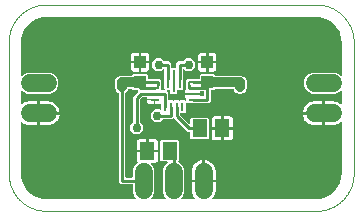
<source format=gtl>
G04 EAGLE Gerber X2 export*
%TF.Part,Single*%
%TF.FileFunction,Other,Top Layer*%
%TF.FilePolarity,Positive*%
%TF.GenerationSoftware,Autodesk,EAGLE,9.0.0*%
%TF.CreationDate,2018-05-03T06:24:42Z*%
G75*
%MOMM*%
%FSLAX35Y35*%
%LPD*%
%AMOC8*
5,1,8,0,0,1.08239X$1,22.5*%
G01*
%ADD10C,0.000000*%
%ADD11R,0.250000X0.800000*%
%ADD12R,0.800000X0.250000*%
%ADD13R,0.250000X1.900000*%
%ADD14R,0.250000X1.550000*%
%ADD15R,0.250000X0.600000*%
%ADD16R,1.000000X1.100000*%
%ADD17R,1.300000X1.500000*%
%ADD18C,1.524000*%
%ADD19C,0.254000*%
%ADD20C,0.812800*%
%ADD21C,0.756400*%

G36*
X2093854Y1371608D02*
X2093854Y1371608D01*
X2093894Y1371601D01*
X2094825Y1371806D01*
X2095764Y1371996D01*
X2095798Y1372019D01*
X2095837Y1372028D01*
X2096614Y1372579D01*
X2097405Y1373122D01*
X2097427Y1373156D01*
X2097460Y1373179D01*
X2097958Y1373985D01*
X2098477Y1374798D01*
X2098484Y1374838D01*
X2098505Y1374873D01*
X2098650Y1375817D01*
X2098811Y1376760D01*
X2098801Y1376799D01*
X2098808Y1376839D01*
X2098572Y1377769D01*
X2098353Y1378696D01*
X2098328Y1378729D01*
X2098318Y1378768D01*
X2097349Y1380135D01*
X2081480Y1396003D01*
X2067559Y1429611D01*
X2067559Y1491060D01*
X2067543Y1491140D01*
X2067557Y1491220D01*
X2067345Y1492113D01*
X2067163Y1493010D01*
X2067118Y1493077D01*
X2067099Y1493156D01*
X2066556Y1493896D01*
X2066038Y1494651D01*
X2065970Y1494695D01*
X2065922Y1494761D01*
X2065133Y1495230D01*
X2064362Y1495723D01*
X2064282Y1495737D01*
X2064212Y1495779D01*
X2062560Y1496059D01*
X1963426Y1496059D01*
X1947059Y1512426D01*
X1947059Y2265248D01*
X1947039Y2265348D01*
X1947055Y2265448D01*
X1946843Y2266316D01*
X1946663Y2267198D01*
X1946606Y2267283D01*
X1946582Y2267381D01*
X1946046Y2268099D01*
X1945538Y2268839D01*
X1945453Y2268894D01*
X1945392Y2268976D01*
X1943973Y2269867D01*
X1943346Y2270127D01*
X1927627Y2285846D01*
X1925187Y2291736D01*
X1925108Y2291853D01*
X1925073Y2291991D01*
X1924103Y2293358D01*
X1921939Y2295522D01*
X1921939Y2298582D01*
X1921911Y2298721D01*
X1921932Y2298862D01*
X1921559Y2300495D01*
X1919119Y2306384D01*
X1919119Y2370866D01*
X1927627Y2391404D01*
X1943346Y2407123D01*
X1954797Y2411866D01*
X1954798Y2411867D01*
X1963884Y2415630D01*
X2057010Y2415630D01*
X2057090Y2415647D01*
X2057170Y2415633D01*
X2058063Y2415844D01*
X2058960Y2416026D01*
X2059027Y2416072D01*
X2059106Y2416091D01*
X2059846Y2416634D01*
X2060601Y2417152D01*
X2060645Y2417220D01*
X2060711Y2417268D01*
X2061180Y2418057D01*
X2061673Y2418828D01*
X2061687Y2418908D01*
X2061729Y2418978D01*
X2062009Y2420630D01*
X2062009Y2421063D01*
X2070937Y2429990D01*
X2183563Y2429990D01*
X2192490Y2421063D01*
X2192490Y2393940D01*
X2192507Y2393860D01*
X2192493Y2393780D01*
X2192704Y2392886D01*
X2192886Y2391990D01*
X2192932Y2391923D01*
X2192951Y2391843D01*
X2193494Y2391103D01*
X2194012Y2390348D01*
X2194080Y2390305D01*
X2194128Y2390239D01*
X2194917Y2389769D01*
X2195688Y2389276D01*
X2195768Y2389263D01*
X2195838Y2389221D01*
X2197490Y2388940D01*
X2293167Y2388940D01*
X2294344Y2388740D01*
X2299313Y2388740D01*
X2308240Y2379813D01*
X2308240Y2374844D01*
X2308265Y2374723D01*
X2308246Y2374600D01*
X2308440Y2373837D01*
X2308440Y2323333D01*
X2308240Y2322156D01*
X2308240Y2293940D01*
X2308257Y2293860D01*
X2308243Y2293780D01*
X2308455Y2292884D01*
X2308636Y2291990D01*
X2308682Y2291923D01*
X2308701Y2291843D01*
X2309244Y2291103D01*
X2309762Y2290348D01*
X2309830Y2290305D01*
X2309878Y2290239D01*
X2310667Y2289769D01*
X2311438Y2289276D01*
X2311518Y2289263D01*
X2311588Y2289221D01*
X2313240Y2288940D01*
X2335437Y2288940D01*
X2335477Y2288948D01*
X2335517Y2288941D01*
X2336448Y2289146D01*
X2337387Y2289336D01*
X2337421Y2289359D01*
X2337460Y2289368D01*
X2338232Y2289915D01*
X2339028Y2290462D01*
X2339050Y2290496D01*
X2339083Y2290520D01*
X2339581Y2291325D01*
X2340100Y2292138D01*
X2340107Y2292178D01*
X2340128Y2292213D01*
X2340273Y2293154D01*
X2340434Y2294100D01*
X2340424Y2294139D01*
X2340431Y2294180D01*
X2340197Y2295103D01*
X2339976Y2296036D01*
X2339951Y2296069D01*
X2339941Y2296108D01*
X2338972Y2297475D01*
X2335259Y2301187D01*
X2335259Y2371156D01*
X2335235Y2371275D01*
X2335254Y2371395D01*
X2335059Y2372162D01*
X2335059Y2470201D01*
X2335051Y2470241D01*
X2335059Y2470281D01*
X2334854Y2471213D01*
X2334663Y2472151D01*
X2334640Y2472185D01*
X2334632Y2472225D01*
X2334080Y2473002D01*
X2333538Y2473793D01*
X2333504Y2473814D01*
X2333480Y2473848D01*
X2332674Y2474345D01*
X2331862Y2474865D01*
X2331821Y2474872D01*
X2331787Y2474893D01*
X2330843Y2475038D01*
X2329900Y2475198D01*
X2329861Y2475189D01*
X2329820Y2475195D01*
X2328891Y2474959D01*
X2327964Y2474740D01*
X2327931Y2474716D01*
X2327891Y2474706D01*
X2326525Y2473736D01*
X2307978Y2455189D01*
X2264021Y2455189D01*
X2232939Y2486271D01*
X2232939Y2530228D01*
X2264021Y2561310D01*
X2307978Y2561310D01*
X2331634Y2537655D01*
X2331735Y2537588D01*
X2331808Y2537489D01*
X2332563Y2537039D01*
X2333293Y2536556D01*
X2333413Y2536533D01*
X2333517Y2536471D01*
X2335169Y2536190D01*
X2374573Y2536190D01*
X2390940Y2519823D01*
X2390940Y2482740D01*
X2390957Y2482660D01*
X2390943Y2482580D01*
X2391154Y2481686D01*
X2391336Y2480790D01*
X2391382Y2480723D01*
X2391401Y2480643D01*
X2391944Y2479903D01*
X2392462Y2479148D01*
X2392530Y2479105D01*
X2392578Y2479039D01*
X2393367Y2478569D01*
X2394138Y2478076D01*
X2394218Y2478063D01*
X2394288Y2478021D01*
X2395940Y2477740D01*
X2430060Y2477740D01*
X2430140Y2477757D01*
X2430220Y2477743D01*
X2431113Y2477954D01*
X2432010Y2478136D01*
X2432077Y2478182D01*
X2432156Y2478201D01*
X2432896Y2478744D01*
X2433651Y2479262D01*
X2433695Y2479330D01*
X2433761Y2479378D01*
X2434228Y2480163D01*
X2434723Y2480938D01*
X2434737Y2481018D01*
X2434779Y2481088D01*
X2435059Y2482740D01*
X2435059Y2519823D01*
X2451426Y2536190D01*
X2490831Y2536190D01*
X2490950Y2536214D01*
X2491070Y2536196D01*
X2491922Y2536412D01*
X2492781Y2536586D01*
X2492881Y2536655D01*
X2492999Y2536685D01*
X2494366Y2537655D01*
X2518021Y2561310D01*
X2561978Y2561310D01*
X2593060Y2530228D01*
X2593060Y2486271D01*
X2561978Y2455189D01*
X2518021Y2455189D01*
X2499475Y2473736D01*
X2499441Y2473758D01*
X2499418Y2473793D01*
X2498609Y2474310D01*
X2497816Y2474835D01*
X2497776Y2474843D01*
X2497742Y2474865D01*
X2496799Y2475025D01*
X2495860Y2475200D01*
X2495820Y2475191D01*
X2495780Y2475198D01*
X2494844Y2474977D01*
X2493916Y2474773D01*
X2493883Y2474749D01*
X2493843Y2474740D01*
X2493069Y2474172D01*
X2492293Y2473622D01*
X2492272Y2473587D01*
X2492239Y2473563D01*
X2491747Y2472736D01*
X2491248Y2471928D01*
X2491242Y2471888D01*
X2491221Y2471853D01*
X2490940Y2470201D01*
X2490940Y2372333D01*
X2490740Y2371156D01*
X2490740Y2301187D01*
X2481813Y2292259D01*
X2445740Y2292259D01*
X2445660Y2292243D01*
X2445580Y2292257D01*
X2444686Y2292045D01*
X2443790Y2291863D01*
X2443723Y2291818D01*
X2443643Y2291799D01*
X2442903Y2291255D01*
X2442148Y2290738D01*
X2442105Y2290670D01*
X2442039Y2290622D01*
X2441569Y2289833D01*
X2441076Y2289062D01*
X2441063Y2288982D01*
X2441021Y2288912D01*
X2440740Y2287260D01*
X2440740Y2266187D01*
X2431813Y2257259D01*
X2394187Y2257259D01*
X2385259Y2266187D01*
X2385259Y2287260D01*
X2385243Y2287340D01*
X2385257Y2287420D01*
X2385045Y2288313D01*
X2384863Y2289210D01*
X2384818Y2289277D01*
X2384799Y2289356D01*
X2384256Y2290096D01*
X2383738Y2290851D01*
X2383670Y2290895D01*
X2383622Y2290961D01*
X2382833Y2291430D01*
X2382062Y2291923D01*
X2381982Y2291937D01*
X2381912Y2291979D01*
X2380260Y2292259D01*
X2358323Y2292259D01*
X2358283Y2292251D01*
X2358243Y2292259D01*
X2357312Y2292054D01*
X2356373Y2291863D01*
X2356340Y2291840D01*
X2356300Y2291832D01*
X2355523Y2291280D01*
X2354732Y2290738D01*
X2354710Y2290704D01*
X2354677Y2290680D01*
X2354180Y2289874D01*
X2353660Y2289062D01*
X2353653Y2289021D01*
X2353632Y2288987D01*
X2353487Y2288043D01*
X2353327Y2287100D01*
X2353336Y2287061D01*
X2353330Y2287020D01*
X2353566Y2286090D01*
X2353785Y2285164D01*
X2353809Y2285131D01*
X2353819Y2285091D01*
X2354788Y2283725D01*
X2365940Y2272573D01*
X2365940Y2211240D01*
X2365957Y2211160D01*
X2365943Y2211080D01*
X2366154Y2210186D01*
X2366336Y2209290D01*
X2366382Y2209223D01*
X2366401Y2209143D01*
X2366944Y2208403D01*
X2367462Y2207648D01*
X2367530Y2207605D01*
X2367578Y2207539D01*
X2368367Y2207069D01*
X2369138Y2206576D01*
X2369218Y2206563D01*
X2369288Y2206521D01*
X2370940Y2206240D01*
X2406813Y2206240D01*
X2409465Y2203588D01*
X2409533Y2203543D01*
X2409580Y2203477D01*
X2410359Y2202996D01*
X2411124Y2202489D01*
X2411204Y2202474D01*
X2411273Y2202432D01*
X2412178Y2202293D01*
X2413080Y2202124D01*
X2413159Y2202142D01*
X2413240Y2202129D01*
X2414130Y2202355D01*
X2415023Y2202552D01*
X2415090Y2202599D01*
X2415169Y2202619D01*
X2416535Y2203588D01*
X2419187Y2206240D01*
X2456813Y2206240D01*
X2459464Y2203588D01*
X2459533Y2203543D01*
X2459579Y2203477D01*
X2460361Y2202994D01*
X2461123Y2202489D01*
X2461203Y2202475D01*
X2461273Y2202432D01*
X2462182Y2202292D01*
X2463079Y2202124D01*
X2463158Y2202142D01*
X2463239Y2202129D01*
X2464133Y2202356D01*
X2465023Y2202552D01*
X2465089Y2202598D01*
X2465168Y2202618D01*
X2466535Y2203588D01*
X2469187Y2206240D01*
X2506813Y2206240D01*
X2509225Y2203828D01*
X2509259Y2203805D01*
X2509282Y2203772D01*
X2510094Y2203252D01*
X2510884Y2202729D01*
X2510923Y2202722D01*
X2510958Y2202699D01*
X2511908Y2202538D01*
X2512840Y2202364D01*
X2512879Y2202373D01*
X2512920Y2202366D01*
X2513860Y2202588D01*
X2514783Y2202791D01*
X2514816Y2202814D01*
X2514856Y2202824D01*
X2515635Y2203396D01*
X2516406Y2203943D01*
X2516428Y2203977D01*
X2516461Y2204001D01*
X2516953Y2204828D01*
X2517452Y2205636D01*
X2517458Y2205676D01*
X2517479Y2205711D01*
X2517759Y2207363D01*
X2517759Y2225748D01*
X2517735Y2225867D01*
X2517754Y2225987D01*
X2517538Y2226839D01*
X2517363Y2227698D01*
X2517295Y2227798D01*
X2517265Y2227916D01*
X2516295Y2229283D01*
X2512675Y2232903D01*
X2509330Y2238696D01*
X2507599Y2245156D01*
X2507599Y2254750D01*
X2571748Y2254750D01*
X2571828Y2254766D01*
X2571908Y2254753D01*
X2572801Y2254964D01*
X2572888Y2254982D01*
X2574252Y2254750D01*
X2638400Y2254750D01*
X2638400Y2244893D01*
X2638376Y2244504D01*
X2638253Y2243780D01*
X2638315Y2243518D01*
X2638298Y2243249D01*
X2638542Y2242558D01*
X2638711Y2241843D01*
X2638871Y2241626D01*
X2638960Y2241373D01*
X2639453Y2240832D01*
X2639888Y2240239D01*
X2640120Y2240101D01*
X2640301Y2239903D01*
X2640966Y2239597D01*
X2641598Y2239221D01*
X2641896Y2239170D01*
X2642109Y2239072D01*
X2642551Y2239059D01*
X2643250Y2238940D01*
X2665810Y2238940D01*
X2665890Y2238957D01*
X2665970Y2238943D01*
X2666863Y2239154D01*
X2667760Y2239336D01*
X2667827Y2239382D01*
X2667906Y2239401D01*
X2668646Y2239944D01*
X2669401Y2240462D01*
X2669445Y2240530D01*
X2669511Y2240578D01*
X2669980Y2241367D01*
X2670473Y2242138D01*
X2670487Y2242218D01*
X2670529Y2242288D01*
X2670809Y2243940D01*
X2670809Y2278060D01*
X2670793Y2278140D01*
X2670807Y2278220D01*
X2670595Y2279113D01*
X2670413Y2280010D01*
X2670368Y2280077D01*
X2670349Y2280156D01*
X2669806Y2280896D01*
X2669288Y2281651D01*
X2669220Y2281695D01*
X2669172Y2281761D01*
X2668383Y2282230D01*
X2667612Y2282723D01*
X2667532Y2282737D01*
X2667462Y2282779D01*
X2665810Y2283059D01*
X2643250Y2283059D01*
X2642531Y2282913D01*
X2641801Y2282845D01*
X2641564Y2282717D01*
X2641300Y2282663D01*
X2640695Y2282248D01*
X2640049Y2281900D01*
X2639881Y2281690D01*
X2639659Y2281538D01*
X2639263Y2280919D01*
X2638805Y2280348D01*
X2638732Y2280089D01*
X2638587Y2279862D01*
X2638464Y2279139D01*
X2638264Y2278433D01*
X2638293Y2278133D01*
X2638253Y2277900D01*
X2638355Y2277468D01*
X2638400Y2276990D01*
X2638400Y2267249D01*
X2574252Y2267249D01*
X2574172Y2267233D01*
X2574092Y2267247D01*
X2573198Y2267035D01*
X2573111Y2267018D01*
X2571748Y2267249D01*
X2507599Y2267249D01*
X2507599Y2276844D01*
X2509330Y2283304D01*
X2512675Y2289097D01*
X2516295Y2292717D01*
X2516362Y2292818D01*
X2516461Y2292891D01*
X2516911Y2293647D01*
X2517394Y2294376D01*
X2517416Y2294496D01*
X2517479Y2294600D01*
X2517759Y2296252D01*
X2517759Y2297156D01*
X2517735Y2297277D01*
X2517753Y2297400D01*
X2517559Y2298163D01*
X2517559Y2349167D01*
X2517759Y2350344D01*
X2517759Y2379813D01*
X2526687Y2388740D01*
X2559156Y2388740D01*
X2559277Y2388765D01*
X2559400Y2388746D01*
X2560163Y2388940D01*
X2628510Y2388940D01*
X2628590Y2388957D01*
X2628670Y2388943D01*
X2629563Y2389154D01*
X2630460Y2389336D01*
X2630527Y2389382D01*
X2630606Y2389401D01*
X2631346Y2389944D01*
X2632101Y2390462D01*
X2632145Y2390530D01*
X2632211Y2390578D01*
X2632680Y2391367D01*
X2633173Y2392138D01*
X2633187Y2392218D01*
X2633229Y2392288D01*
X2633509Y2393940D01*
X2633509Y2421063D01*
X2642437Y2429990D01*
X2755063Y2429990D01*
X2763990Y2421063D01*
X2763990Y2420630D01*
X2764007Y2420550D01*
X2763993Y2420470D01*
X2764204Y2419576D01*
X2764386Y2418680D01*
X2764432Y2418613D01*
X2764451Y2418533D01*
X2764994Y2417793D01*
X2765512Y2417038D01*
X2765580Y2416995D01*
X2765628Y2416929D01*
X2766417Y2416459D01*
X2767188Y2415966D01*
X2767268Y2415953D01*
X2767338Y2415911D01*
X2768990Y2415630D01*
X2986116Y2415630D01*
X3006654Y2407123D01*
X3022373Y2391404D01*
X3030880Y2370866D01*
X3030880Y2306384D01*
X3028441Y2300495D01*
X3028414Y2300357D01*
X3028341Y2300234D01*
X3028060Y2298582D01*
X3028060Y2295522D01*
X3025896Y2293358D01*
X3025818Y2293239D01*
X3025704Y2293154D01*
X3024813Y2291736D01*
X3022373Y2285846D01*
X3006654Y2270127D01*
X3000764Y2267687D01*
X3000646Y2267608D01*
X3000508Y2267573D01*
X2999142Y2266603D01*
X2996978Y2264439D01*
X2993918Y2264439D01*
X2993778Y2264411D01*
X2993638Y2264432D01*
X2992004Y2264059D01*
X2986115Y2261619D01*
X2963884Y2261619D01*
X2957995Y2264059D01*
X2957857Y2264086D01*
X2957734Y2264159D01*
X2956082Y2264439D01*
X2953022Y2264439D01*
X2950858Y2266603D01*
X2950739Y2266682D01*
X2950654Y2266796D01*
X2949236Y2267687D01*
X2943346Y2270127D01*
X2927627Y2285846D01*
X2925187Y2291736D01*
X2925108Y2291853D01*
X2925073Y2291991D01*
X2924103Y2293358D01*
X2921939Y2295522D01*
X2921939Y2298582D01*
X2921911Y2298721D01*
X2921932Y2298860D01*
X2921560Y2300493D01*
X2921441Y2300781D01*
X2921383Y2300866D01*
X2921360Y2300966D01*
X2920828Y2301691D01*
X2920329Y2302432D01*
X2920243Y2302488D01*
X2920183Y2302571D01*
X2919412Y2303030D01*
X2918662Y2303518D01*
X2918561Y2303536D01*
X2918473Y2303589D01*
X2916821Y2303869D01*
X2768990Y2303869D01*
X2768910Y2303853D01*
X2768830Y2303867D01*
X2767936Y2303655D01*
X2767040Y2303473D01*
X2766973Y2303428D01*
X2766893Y2303409D01*
X2766153Y2302866D01*
X2765398Y2302348D01*
X2765355Y2302280D01*
X2765289Y2302232D01*
X2764819Y2301443D01*
X2764326Y2300672D01*
X2764313Y2300592D01*
X2764271Y2300522D01*
X2763990Y2298870D01*
X2763990Y2298437D01*
X2755063Y2289509D01*
X2731690Y2289509D01*
X2731610Y2289493D01*
X2731530Y2289507D01*
X2730636Y2289295D01*
X2729740Y2289113D01*
X2729673Y2289068D01*
X2729593Y2289049D01*
X2728853Y2288506D01*
X2728098Y2287988D01*
X2728055Y2287920D01*
X2727989Y2287872D01*
X2727519Y2287083D01*
X2727026Y2286312D01*
X2727013Y2286232D01*
X2726971Y2286162D01*
X2726690Y2284510D01*
X2726690Y2199426D01*
X2710323Y2183059D01*
X2560333Y2183059D01*
X2559156Y2183259D01*
X2526687Y2183259D01*
X2524275Y2185672D01*
X2524241Y2185694D01*
X2524218Y2185728D01*
X2523406Y2186248D01*
X2522616Y2186771D01*
X2522577Y2186778D01*
X2522542Y2186800D01*
X2521592Y2186962D01*
X2520660Y2187136D01*
X2520620Y2187127D01*
X2520580Y2187134D01*
X2519640Y2186912D01*
X2518717Y2186708D01*
X2518684Y2186685D01*
X2518643Y2186676D01*
X2517862Y2186103D01*
X2517093Y2185557D01*
X2517072Y2185523D01*
X2517039Y2185498D01*
X2516547Y2184671D01*
X2516048Y2183864D01*
X2516042Y2183824D01*
X2516021Y2183789D01*
X2515740Y2182137D01*
X2515740Y2104687D01*
X2506813Y2095759D01*
X2470940Y2095759D01*
X2470860Y2095743D01*
X2470780Y2095757D01*
X2469886Y2095545D01*
X2468990Y2095363D01*
X2468923Y2095318D01*
X2468843Y2095299D01*
X2468103Y2094756D01*
X2467348Y2094238D01*
X2467305Y2094170D01*
X2467239Y2094122D01*
X2466769Y2093333D01*
X2466276Y2092562D01*
X2466263Y2092482D01*
X2466221Y2092412D01*
X2465940Y2090760D01*
X2465940Y2088644D01*
X2465964Y2088525D01*
X2465946Y2088404D01*
X2466162Y2087553D01*
X2466336Y2086694D01*
X2466405Y2086594D01*
X2466435Y2086476D01*
X2467405Y2085109D01*
X2546725Y2005788D01*
X2546758Y2005766D01*
X2546782Y2005732D01*
X2547591Y2005215D01*
X2548384Y2004689D01*
X2548424Y2004682D01*
X2548458Y2004660D01*
X2549400Y2004500D01*
X2550340Y2004325D01*
X2550380Y2004333D01*
X2550420Y2004327D01*
X2551355Y2004548D01*
X2552283Y2004752D01*
X2552316Y2004775D01*
X2552356Y2004785D01*
X2553131Y2005353D01*
X2553906Y2005903D01*
X2553928Y2005938D01*
X2553961Y2005962D01*
X2554453Y2006789D01*
X2554952Y2007596D01*
X2554958Y2007636D01*
X2554979Y2007672D01*
X2555259Y2009323D01*
X2555259Y2049813D01*
X2564187Y2058740D01*
X2706813Y2058740D01*
X2715740Y2049813D01*
X2715740Y1887187D01*
X2706813Y1878259D01*
X2564187Y1878259D01*
X2555259Y1887187D01*
X2555259Y1935560D01*
X2555243Y1935640D01*
X2555257Y1935720D01*
X2555045Y1936613D01*
X2554863Y1937510D01*
X2554818Y1937577D01*
X2554799Y1937656D01*
X2554256Y1938396D01*
X2553738Y1939151D01*
X2553670Y1939195D01*
X2553622Y1939261D01*
X2552833Y1939730D01*
X2552062Y1940223D01*
X2551982Y1940237D01*
X2551912Y1940279D01*
X2550260Y1940559D01*
X2532926Y1940559D01*
X2416535Y2056951D01*
X2416467Y2056996D01*
X2416420Y2057062D01*
X2415642Y2057543D01*
X2414876Y2058050D01*
X2414795Y2058065D01*
X2414727Y2058108D01*
X2413821Y2058247D01*
X2412920Y2058415D01*
X2412841Y2058397D01*
X2412760Y2058410D01*
X2411867Y2058183D01*
X2410976Y2057988D01*
X2410910Y2057941D01*
X2410831Y2057921D01*
X2409465Y2056951D01*
X2399573Y2047059D01*
X2324169Y2047059D01*
X2324050Y2047035D01*
X2323929Y2047054D01*
X2323078Y2046838D01*
X2322219Y2046663D01*
X2322119Y2046595D01*
X2322001Y2046565D01*
X2320634Y2045595D01*
X2296978Y2021939D01*
X2253021Y2021939D01*
X2221939Y2053021D01*
X2221939Y2096978D01*
X2253021Y2128060D01*
X2296978Y2128060D01*
X2301725Y2123313D01*
X2301759Y2123291D01*
X2301782Y2123257D01*
X2302587Y2122743D01*
X2303384Y2122214D01*
X2303424Y2122207D01*
X2303458Y2122185D01*
X2304398Y2122025D01*
X2305340Y2121850D01*
X2305379Y2121858D01*
X2305420Y2121852D01*
X2306358Y2122073D01*
X2307283Y2122277D01*
X2307316Y2122300D01*
X2307356Y2122310D01*
X2308131Y2122878D01*
X2308906Y2123428D01*
X2308928Y2123463D01*
X2308961Y2123487D01*
X2309453Y2124314D01*
X2309952Y2125121D01*
X2309958Y2125161D01*
X2309979Y2125197D01*
X2310259Y2126848D01*
X2310259Y2137156D01*
X2310235Y2137275D01*
X2310254Y2137395D01*
X2310059Y2138162D01*
X2310059Y2170360D01*
X2309982Y2170743D01*
X2309999Y2171132D01*
X2309786Y2171708D01*
X2309663Y2172310D01*
X2309443Y2172632D01*
X2309307Y2172998D01*
X2308886Y2173444D01*
X2308538Y2173951D01*
X2308209Y2174162D01*
X2307942Y2174445D01*
X2307379Y2174693D01*
X2306862Y2175023D01*
X2306477Y2175089D01*
X2306120Y2175246D01*
X2305506Y2175254D01*
X2304900Y2175357D01*
X2304520Y2175267D01*
X2304130Y2175272D01*
X2303407Y2175003D01*
X2302964Y2174899D01*
X2302908Y2174858D01*
X2296344Y2173099D01*
X2259249Y2173099D01*
X2259249Y2209748D01*
X2259233Y2209828D01*
X2259247Y2209908D01*
X2259035Y2210801D01*
X2258853Y2211698D01*
X2258808Y2211765D01*
X2258789Y2211844D01*
X2258246Y2212584D01*
X2257728Y2213339D01*
X2257660Y2213383D01*
X2257612Y2213448D01*
X2256823Y2213918D01*
X2256327Y2214235D01*
X2256305Y2214267D01*
X2256287Y2214346D01*
X2255744Y2215086D01*
X2255226Y2215841D01*
X2255158Y2215885D01*
X2255109Y2215951D01*
X2254320Y2216420D01*
X2253550Y2216913D01*
X2253470Y2216927D01*
X2253400Y2216969D01*
X2251748Y2217249D01*
X2187599Y2217249D01*
X2187599Y2227107D01*
X2187623Y2227496D01*
X2187747Y2228220D01*
X2187685Y2228482D01*
X2187701Y2228750D01*
X2187458Y2229442D01*
X2187288Y2230156D01*
X2187129Y2230373D01*
X2187040Y2230627D01*
X2186546Y2231168D01*
X2186111Y2231761D01*
X2185880Y2231898D01*
X2185699Y2232097D01*
X2185033Y2232403D01*
X2184402Y2232779D01*
X2184104Y2232829D01*
X2183890Y2232928D01*
X2183448Y2232941D01*
X2182750Y2233059D01*
X2149644Y2233059D01*
X2149525Y2233035D01*
X2149404Y2233054D01*
X2148551Y2232838D01*
X2147694Y2232663D01*
X2147593Y2232595D01*
X2147475Y2232565D01*
X2146109Y2231595D01*
X2129405Y2214891D01*
X2129338Y2214790D01*
X2129239Y2214717D01*
X2128789Y2213961D01*
X2128306Y2213232D01*
X2128283Y2213112D01*
X2128221Y2213008D01*
X2127940Y2211356D01*
X2127940Y2024169D01*
X2127964Y2024050D01*
X2127946Y2023929D01*
X2128162Y2023078D01*
X2128336Y2022219D01*
X2128405Y2022119D01*
X2128435Y2022001D01*
X2129405Y2020634D01*
X2153060Y1996978D01*
X2153060Y1953021D01*
X2121978Y1921939D01*
X2078021Y1921939D01*
X2046939Y1953021D01*
X2046939Y1996978D01*
X2070595Y2020634D01*
X2070662Y2020735D01*
X2070761Y2020808D01*
X2071211Y2021563D01*
X2071694Y2022293D01*
X2071716Y2022413D01*
X2071779Y2022517D01*
X2072059Y2024169D01*
X2072059Y2236573D01*
X2106595Y2271109D01*
X2113576Y2278089D01*
X2113621Y2278158D01*
X2113687Y2278204D01*
X2114168Y2278983D01*
X2114675Y2279748D01*
X2114690Y2279828D01*
X2114733Y2279898D01*
X2114872Y2280803D01*
X2115040Y2281704D01*
X2115022Y2281783D01*
X2115035Y2281864D01*
X2114809Y2282755D01*
X2114613Y2283648D01*
X2114566Y2283714D01*
X2114546Y2283793D01*
X2113576Y2285160D01*
X2110691Y2288045D01*
X2110590Y2288112D01*
X2110518Y2288211D01*
X2109762Y2288661D01*
X2109033Y2289144D01*
X2108913Y2289166D01*
X2108808Y2289229D01*
X2107156Y2289509D01*
X2070937Y2289509D01*
X2062009Y2298437D01*
X2062009Y2298870D01*
X2061993Y2298950D01*
X2062007Y2299030D01*
X2061795Y2299923D01*
X2061613Y2300820D01*
X2061568Y2300887D01*
X2061549Y2300966D01*
X2061006Y2301706D01*
X2060488Y2302461D01*
X2060420Y2302505D01*
X2060372Y2302571D01*
X2059583Y2303040D01*
X2058812Y2303533D01*
X2058732Y2303547D01*
X2058662Y2303589D01*
X2057010Y2303869D01*
X2033179Y2303869D01*
X2033078Y2303849D01*
X2032977Y2303865D01*
X2032105Y2303651D01*
X2031229Y2303473D01*
X2031144Y2303416D01*
X2031044Y2303391D01*
X2030326Y2302855D01*
X2029588Y2302348D01*
X2029532Y2302261D01*
X2029450Y2302200D01*
X2028559Y2300781D01*
X2028440Y2300493D01*
X2028413Y2300356D01*
X2028341Y2300234D01*
X2028060Y2298582D01*
X2028060Y2295522D01*
X2025896Y2293358D01*
X2025818Y2293239D01*
X2025704Y2293154D01*
X2024813Y2291736D01*
X2022373Y2285846D01*
X2006654Y2270127D01*
X2006027Y2269867D01*
X2005943Y2269810D01*
X2005843Y2269787D01*
X2005118Y2269255D01*
X2004377Y2268755D01*
X2004321Y2268670D01*
X2004239Y2268610D01*
X2003778Y2267835D01*
X2003291Y2267087D01*
X2003273Y2266988D01*
X2003221Y2266900D01*
X2002940Y2265248D01*
X2002940Y1556940D01*
X2002957Y1556860D01*
X2002943Y1556780D01*
X2003154Y1555886D01*
X2003336Y1554990D01*
X2003382Y1554923D01*
X2003401Y1554843D01*
X2003944Y1554103D01*
X2004462Y1553348D01*
X2004530Y1553305D01*
X2004578Y1553239D01*
X2005367Y1552769D01*
X2006138Y1552276D01*
X2006218Y1552263D01*
X2006288Y1552221D01*
X2007940Y1551940D01*
X2062560Y1551940D01*
X2062640Y1551957D01*
X2062720Y1551943D01*
X2063613Y1552154D01*
X2064510Y1552336D01*
X2064577Y1552382D01*
X2064656Y1552401D01*
X2065396Y1552944D01*
X2066151Y1553462D01*
X2066195Y1553530D01*
X2066261Y1553578D01*
X2066730Y1554367D01*
X2067223Y1555138D01*
X2067237Y1555218D01*
X2067279Y1555288D01*
X2067559Y1556940D01*
X2067559Y1618389D01*
X2081480Y1651997D01*
X2107746Y1678262D01*
X2107790Y1678329D01*
X2107857Y1678377D01*
X2108338Y1679157D01*
X2108845Y1679921D01*
X2108860Y1680001D01*
X2108902Y1680070D01*
X2109042Y1680976D01*
X2109209Y1681877D01*
X2109192Y1681956D01*
X2109204Y1682037D01*
X2108978Y1682928D01*
X2108782Y1683820D01*
X2108735Y1683886D01*
X2108715Y1683965D01*
X2107746Y1685332D01*
X2105675Y1687403D01*
X2102330Y1693196D01*
X2100599Y1699656D01*
X2100599Y1768001D01*
X2185999Y1768001D01*
X2186078Y1768017D01*
X2186159Y1768003D01*
X2187052Y1768215D01*
X2187949Y1768397D01*
X2188016Y1768443D01*
X2188095Y1768462D01*
X2188835Y1769004D01*
X2189590Y1769522D01*
X2189634Y1769591D01*
X2189699Y1769639D01*
X2190169Y1770428D01*
X2190662Y1771198D01*
X2190676Y1771278D01*
X2190718Y1771348D01*
X2190998Y1773000D01*
X2190998Y1778002D01*
X2191002Y1778002D01*
X2191002Y1773000D01*
X2191018Y1772921D01*
X2191004Y1772840D01*
X2191216Y1771946D01*
X2191398Y1771050D01*
X2191443Y1770983D01*
X2191462Y1770904D01*
X2192005Y1770164D01*
X2192523Y1769409D01*
X2192591Y1769365D01*
X2192639Y1769300D01*
X2193428Y1768830D01*
X2194199Y1768337D01*
X2194279Y1768323D01*
X2194349Y1768282D01*
X2196001Y1768001D01*
X2281400Y1768001D01*
X2281400Y1699656D01*
X2279670Y1693196D01*
X2276325Y1687403D01*
X2271597Y1682675D01*
X2265804Y1679330D01*
X2259344Y1677599D01*
X2222986Y1677599D01*
X2222946Y1677591D01*
X2222906Y1677599D01*
X2221974Y1677394D01*
X2221036Y1677203D01*
X2221002Y1677180D01*
X2220963Y1677172D01*
X2220185Y1676620D01*
X2219395Y1676078D01*
X2219373Y1676044D01*
X2219340Y1676020D01*
X2218842Y1675214D01*
X2218323Y1674402D01*
X2218316Y1674361D01*
X2218294Y1674327D01*
X2218149Y1673383D01*
X2217989Y1672440D01*
X2217998Y1672401D01*
X2217992Y1672360D01*
X2218228Y1671431D01*
X2218447Y1670504D01*
X2218471Y1670471D01*
X2218481Y1670431D01*
X2219451Y1669065D01*
X2236519Y1651997D01*
X2250440Y1618389D01*
X2250440Y1429611D01*
X2236519Y1396003D01*
X2220651Y1380135D01*
X2220629Y1380101D01*
X2220595Y1380078D01*
X2220077Y1379269D01*
X2219552Y1378476D01*
X2219544Y1378436D01*
X2219523Y1378402D01*
X2219363Y1377459D01*
X2219187Y1376520D01*
X2219196Y1376480D01*
X2219189Y1376440D01*
X2219410Y1375504D01*
X2219614Y1374576D01*
X2219638Y1374543D01*
X2219647Y1374503D01*
X2220216Y1373729D01*
X2220766Y1372953D01*
X2220800Y1372932D01*
X2220824Y1372899D01*
X2221652Y1372407D01*
X2222459Y1371908D01*
X2222499Y1371902D01*
X2222534Y1371881D01*
X2224186Y1371600D01*
X2347814Y1371600D01*
X2347854Y1371608D01*
X2347894Y1371601D01*
X2348825Y1371806D01*
X2349764Y1371996D01*
X2349798Y1372019D01*
X2349837Y1372028D01*
X2350614Y1372579D01*
X2351405Y1373122D01*
X2351427Y1373156D01*
X2351460Y1373179D01*
X2351958Y1373985D01*
X2352477Y1374798D01*
X2352484Y1374838D01*
X2352505Y1374873D01*
X2352650Y1375817D01*
X2352811Y1376760D01*
X2352801Y1376799D01*
X2352808Y1376839D01*
X2352572Y1377769D01*
X2352353Y1378696D01*
X2352328Y1378729D01*
X2352318Y1378768D01*
X2351349Y1380135D01*
X2335480Y1396003D01*
X2321559Y1429611D01*
X2321559Y1618389D01*
X2335480Y1651997D01*
X2361202Y1677719D01*
X2362222Y1678141D01*
X2362239Y1678153D01*
X2362259Y1678157D01*
X2363064Y1678709D01*
X2363872Y1679253D01*
X2363883Y1679270D01*
X2363900Y1679282D01*
X2364414Y1680086D01*
X2364958Y1680921D01*
X2364961Y1680941D01*
X2364972Y1680958D01*
X2365138Y1681932D01*
X2365307Y1682880D01*
X2365302Y1682899D01*
X2365306Y1682920D01*
X2365076Y1683890D01*
X2364864Y1684820D01*
X2364852Y1684836D01*
X2364848Y1684856D01*
X2364267Y1685648D01*
X2363700Y1686433D01*
X2363683Y1686444D01*
X2363670Y1686461D01*
X2362815Y1686970D01*
X2361998Y1687465D01*
X2361979Y1687468D01*
X2361961Y1687479D01*
X2360309Y1687759D01*
X2309687Y1687759D01*
X2300759Y1696687D01*
X2300759Y1859313D01*
X2309687Y1868240D01*
X2452313Y1868240D01*
X2461240Y1859313D01*
X2461240Y1696687D01*
X2454160Y1689607D01*
X2454127Y1689557D01*
X2454076Y1689521D01*
X2453575Y1688723D01*
X2453061Y1687948D01*
X2453050Y1687888D01*
X2453018Y1687836D01*
X2452868Y1686913D01*
X2452697Y1685992D01*
X2452710Y1685932D01*
X2452700Y1685872D01*
X2452923Y1684961D01*
X2453124Y1684048D01*
X2453159Y1683999D01*
X2453173Y1683939D01*
X2453737Y1683184D01*
X2454275Y1682426D01*
X2454327Y1682394D01*
X2454363Y1682344D01*
X2455782Y1681453D01*
X2464797Y1677719D01*
X2490519Y1651997D01*
X2504440Y1618389D01*
X2504440Y1429611D01*
X2490519Y1396003D01*
X2474651Y1380135D01*
X2474629Y1380101D01*
X2474595Y1380078D01*
X2474077Y1379269D01*
X2473552Y1378476D01*
X2473544Y1378436D01*
X2473523Y1378402D01*
X2473363Y1377459D01*
X2473187Y1376520D01*
X2473196Y1376480D01*
X2473189Y1376440D01*
X2473410Y1375504D01*
X2473614Y1374576D01*
X2473638Y1374543D01*
X2473647Y1374503D01*
X2474216Y1373729D01*
X2474766Y1372953D01*
X2474800Y1372932D01*
X2474824Y1372899D01*
X2475652Y1372407D01*
X2476459Y1371908D01*
X2476499Y1371902D01*
X2476534Y1371881D01*
X2478186Y1371600D01*
X2587445Y1371600D01*
X2587485Y1371608D01*
X2587526Y1371601D01*
X2588461Y1371807D01*
X2589395Y1371996D01*
X2589429Y1372019D01*
X2589469Y1372028D01*
X2590249Y1372582D01*
X2591037Y1373122D01*
X2591059Y1373156D01*
X2591092Y1373180D01*
X2591593Y1373991D01*
X2592109Y1374798D01*
X2592116Y1374838D01*
X2592137Y1374873D01*
X2592283Y1375822D01*
X2592442Y1376760D01*
X2592433Y1376799D01*
X2592439Y1376840D01*
X2592204Y1377767D01*
X2591984Y1378696D01*
X2591960Y1378729D01*
X2591950Y1378769D01*
X2590980Y1380135D01*
X2589504Y1381611D01*
X2580103Y1394550D01*
X2572843Y1408798D01*
X2567901Y1424008D01*
X2565399Y1439803D01*
X2565399Y1514001D01*
X2661998Y1514001D01*
X2662078Y1514017D01*
X2662158Y1514003D01*
X2663052Y1514215D01*
X2663948Y1514397D01*
X2664015Y1514443D01*
X2664095Y1514461D01*
X2664835Y1515004D01*
X2665590Y1515522D01*
X2665633Y1515590D01*
X2665699Y1515638D01*
X2666169Y1516428D01*
X2666662Y1517198D01*
X2666675Y1517278D01*
X2666717Y1517348D01*
X2666998Y1519000D01*
X2666998Y1524002D01*
X2667002Y1524002D01*
X2667002Y1519000D01*
X2667018Y1518920D01*
X2667004Y1518840D01*
X2667216Y1517947D01*
X2667398Y1517050D01*
X2667444Y1516983D01*
X2667463Y1516904D01*
X2668005Y1516164D01*
X2668523Y1515409D01*
X2668592Y1515365D01*
X2668640Y1515299D01*
X2669429Y1514830D01*
X2670199Y1514337D01*
X2670279Y1514323D01*
X2670349Y1514281D01*
X2672001Y1514001D01*
X2768600Y1514001D01*
X2768600Y1439803D01*
X2766099Y1424008D01*
X2761156Y1408798D01*
X2753897Y1394550D01*
X2744496Y1381611D01*
X2743020Y1380135D01*
X2742997Y1380101D01*
X2742963Y1380078D01*
X2742443Y1379264D01*
X2741921Y1378476D01*
X2741913Y1378436D01*
X2741891Y1378402D01*
X2741730Y1377456D01*
X2741556Y1376520D01*
X2741564Y1376480D01*
X2741558Y1376440D01*
X2741778Y1375508D01*
X2741983Y1374577D01*
X2742006Y1374543D01*
X2742016Y1374503D01*
X2742581Y1373733D01*
X2743134Y1372954D01*
X2743168Y1372933D01*
X2743193Y1372899D01*
X2744018Y1372408D01*
X2744827Y1371908D01*
X2744867Y1371902D01*
X2744903Y1371881D01*
X2746554Y1371600D01*
X3619500Y1371600D01*
X3619645Y1371630D01*
X3619827Y1371611D01*
X3647355Y1373415D01*
X3647742Y1373521D01*
X3648322Y1373575D01*
X3701502Y1387824D01*
X3701913Y1388029D01*
X3702708Y1388324D01*
X3750388Y1415852D01*
X3750732Y1416156D01*
X3751423Y1416647D01*
X3790353Y1455577D01*
X3790606Y1455958D01*
X3791148Y1456612D01*
X3818676Y1504292D01*
X3818785Y1504619D01*
X3818889Y1504782D01*
X3818914Y1504929D01*
X3819175Y1505498D01*
X3833425Y1558678D01*
X3833449Y1559078D01*
X3833584Y1559645D01*
X3835389Y1587173D01*
X3835369Y1587320D01*
X3835399Y1587500D01*
X3835399Y2015945D01*
X3835391Y2015985D01*
X3835399Y2016026D01*
X3835193Y2016961D01*
X3835003Y2017895D01*
X3834980Y2017929D01*
X3834972Y2017969D01*
X3834423Y2018742D01*
X3833878Y2019537D01*
X3833843Y2019559D01*
X3833820Y2019592D01*
X3833009Y2020093D01*
X3832202Y2020609D01*
X3832162Y2020616D01*
X3832127Y2020637D01*
X3831178Y2020783D01*
X3830240Y2020942D01*
X3830200Y2020933D01*
X3830160Y2020939D01*
X3829233Y2020704D01*
X3828304Y2020484D01*
X3828271Y2020460D01*
X3828231Y2020450D01*
X3826865Y2019480D01*
X3825389Y2018004D01*
X3812450Y2008603D01*
X3798202Y2001343D01*
X3782991Y1996401D01*
X3767196Y1993899D01*
X3692999Y1993899D01*
X3692999Y2090498D01*
X3692983Y2090578D01*
X3692996Y2090658D01*
X3692785Y2091552D01*
X3692603Y2092448D01*
X3692557Y2092515D01*
X3692538Y2092595D01*
X3691995Y2093335D01*
X3691478Y2094090D01*
X3691409Y2094133D01*
X3691361Y2094199D01*
X3690572Y2094669D01*
X3689801Y2095162D01*
X3689721Y2095175D01*
X3689651Y2095217D01*
X3687999Y2095498D01*
X3682998Y2095498D01*
X3682998Y2095502D01*
X3687999Y2095502D01*
X3688079Y2095518D01*
X3688159Y2095504D01*
X3689053Y2095716D01*
X3689949Y2095898D01*
X3690016Y2095944D01*
X3690096Y2095963D01*
X3690836Y2096505D01*
X3691591Y2097023D01*
X3691634Y2097092D01*
X3691700Y2097140D01*
X3692170Y2097929D01*
X3692663Y2098699D01*
X3692676Y2098779D01*
X3692718Y2098849D01*
X3692999Y2100501D01*
X3692999Y2197100D01*
X3767196Y2197100D01*
X3782991Y2194599D01*
X3798202Y2189656D01*
X3812450Y2182397D01*
X3825389Y2172996D01*
X3826865Y2171520D01*
X3826898Y2171497D01*
X3826922Y2171463D01*
X3827735Y2170943D01*
X3828523Y2170421D01*
X3828563Y2170413D01*
X3828598Y2170391D01*
X3829544Y2170230D01*
X3830479Y2170056D01*
X3830519Y2170064D01*
X3830560Y2170058D01*
X3831492Y2170278D01*
X3832423Y2170483D01*
X3832457Y2170506D01*
X3832496Y2170516D01*
X3833267Y2171081D01*
X3834046Y2171634D01*
X3834067Y2171668D01*
X3834101Y2171693D01*
X3834592Y2172518D01*
X3835092Y2173327D01*
X3835098Y2173367D01*
X3835119Y2173403D01*
X3835399Y2175054D01*
X3835399Y2284314D01*
X3835391Y2284354D01*
X3835399Y2284394D01*
X3835196Y2285318D01*
X3835003Y2286264D01*
X3834980Y2286298D01*
X3834972Y2286337D01*
X3834420Y2287114D01*
X3833878Y2287905D01*
X3833844Y2287927D01*
X3833820Y2287960D01*
X3833020Y2288454D01*
X3832202Y2288977D01*
X3832161Y2288984D01*
X3832127Y2289005D01*
X3831183Y2289150D01*
X3830240Y2289311D01*
X3830201Y2289301D01*
X3830160Y2289308D01*
X3829231Y2289072D01*
X3828304Y2288853D01*
X3828271Y2288828D01*
X3828231Y2288818D01*
X3826865Y2287849D01*
X3810997Y2271980D01*
X3777389Y2258059D01*
X3588611Y2258059D01*
X3555003Y2271980D01*
X3529280Y2297703D01*
X3515359Y2331311D01*
X3515359Y2367689D01*
X3529280Y2401297D01*
X3555003Y2427019D01*
X3566698Y2431864D01*
X3566699Y2431864D01*
X3588611Y2440940D01*
X3777389Y2440940D01*
X3810997Y2427019D01*
X3826865Y2411151D01*
X3826898Y2411129D01*
X3826922Y2411095D01*
X3827731Y2410577D01*
X3828524Y2410052D01*
X3828564Y2410044D01*
X3828598Y2410023D01*
X3829540Y2409863D01*
X3830480Y2409687D01*
X3830520Y2409696D01*
X3830560Y2409689D01*
X3831495Y2409910D01*
X3832423Y2410114D01*
X3832456Y2410138D01*
X3832496Y2410147D01*
X3833271Y2410716D01*
X3834046Y2411266D01*
X3834068Y2411300D01*
X3834101Y2411324D01*
X3834593Y2412152D01*
X3835092Y2412959D01*
X3835098Y2412999D01*
X3835119Y2413034D01*
X3835399Y2414686D01*
X3835399Y2698750D01*
X3835370Y2698895D01*
X3835389Y2699077D01*
X3833584Y2726605D01*
X3833479Y2726992D01*
X3833425Y2727572D01*
X3819175Y2780752D01*
X3818971Y2781163D01*
X3818676Y2781958D01*
X3791148Y2829638D01*
X3790844Y2829982D01*
X3790353Y2830673D01*
X3751423Y2869603D01*
X3751042Y2869856D01*
X3750388Y2870398D01*
X3702708Y2897926D01*
X3702273Y2898071D01*
X3701502Y2898425D01*
X3648322Y2912675D01*
X3647921Y2912699D01*
X3647355Y2912834D01*
X3619828Y2914639D01*
X3619681Y2914619D01*
X3619501Y2914649D01*
X1333498Y2914649D01*
X1333353Y2914620D01*
X1333172Y2914639D01*
X1305645Y2912834D01*
X1305258Y2912729D01*
X1304678Y2912675D01*
X1251498Y2898425D01*
X1251087Y2898221D01*
X1250292Y2897926D01*
X1202612Y2870398D01*
X1202268Y2870094D01*
X1201577Y2869603D01*
X1162647Y2830673D01*
X1162394Y2830292D01*
X1161852Y2829638D01*
X1134324Y2781958D01*
X1134178Y2781523D01*
X1133824Y2780752D01*
X1119575Y2727572D01*
X1119550Y2727172D01*
X1119415Y2726605D01*
X1117611Y2699077D01*
X1117631Y2698930D01*
X1117600Y2698750D01*
X1117600Y2414686D01*
X1117608Y2414646D01*
X1117601Y2414606D01*
X1117806Y2413674D01*
X1117996Y2412736D01*
X1118019Y2412702D01*
X1118028Y2412663D01*
X1118579Y2411885D01*
X1119122Y2411095D01*
X1119156Y2411073D01*
X1119179Y2411040D01*
X1119985Y2410542D01*
X1120798Y2410023D01*
X1120838Y2410016D01*
X1120873Y2409994D01*
X1121817Y2409849D01*
X1122760Y2409689D01*
X1122799Y2409698D01*
X1122839Y2409692D01*
X1123769Y2409928D01*
X1124696Y2410147D01*
X1124729Y2410171D01*
X1124768Y2410181D01*
X1126135Y2411151D01*
X1142003Y2427019D01*
X1153698Y2431864D01*
X1153699Y2431864D01*
X1175611Y2440940D01*
X1364389Y2440940D01*
X1397997Y2427019D01*
X1423719Y2401297D01*
X1437640Y2367689D01*
X1437640Y2331311D01*
X1423719Y2297703D01*
X1397997Y2271980D01*
X1364389Y2258059D01*
X1175611Y2258059D01*
X1142003Y2271980D01*
X1126135Y2287849D01*
X1126101Y2287871D01*
X1126078Y2287905D01*
X1125269Y2288423D01*
X1124476Y2288948D01*
X1124436Y2288955D01*
X1124402Y2288977D01*
X1123459Y2289137D01*
X1122520Y2289313D01*
X1122480Y2289304D01*
X1122440Y2289311D01*
X1121504Y2289089D01*
X1120576Y2288885D01*
X1120543Y2288862D01*
X1120503Y2288853D01*
X1119729Y2288284D01*
X1118953Y2287734D01*
X1118932Y2287700D01*
X1118899Y2287675D01*
X1118407Y2286848D01*
X1117908Y2286041D01*
X1117902Y2286001D01*
X1117881Y2285966D01*
X1117600Y2284314D01*
X1117600Y2175054D01*
X1117608Y2175014D01*
X1117601Y2174974D01*
X1117807Y2174039D01*
X1117996Y2173104D01*
X1118019Y2173071D01*
X1118028Y2173031D01*
X1118582Y2172251D01*
X1119122Y2171463D01*
X1119156Y2171441D01*
X1119180Y2171408D01*
X1119991Y2170907D01*
X1120798Y2170391D01*
X1120838Y2170384D01*
X1120873Y2170363D01*
X1121822Y2170217D01*
X1122760Y2170058D01*
X1122799Y2170067D01*
X1122840Y2170061D01*
X1123767Y2170296D01*
X1124696Y2170516D01*
X1124729Y2170540D01*
X1124769Y2170550D01*
X1126135Y2171520D01*
X1127611Y2172996D01*
X1140550Y2182397D01*
X1154798Y2189656D01*
X1170008Y2194599D01*
X1185803Y2197100D01*
X1260001Y2197100D01*
X1260001Y2100501D01*
X1260017Y2100422D01*
X1260003Y2100341D01*
X1260215Y2099448D01*
X1260397Y2098551D01*
X1260443Y2098484D01*
X1260461Y2098405D01*
X1261004Y2097665D01*
X1261522Y2096910D01*
X1261590Y2096866D01*
X1261638Y2096801D01*
X1262428Y2096331D01*
X1263198Y2095838D01*
X1263278Y2095824D01*
X1263348Y2095783D01*
X1265000Y2095502D01*
X1270002Y2095502D01*
X1270002Y2095498D01*
X1265000Y2095498D01*
X1264920Y2095482D01*
X1264840Y2095495D01*
X1263947Y2095284D01*
X1263050Y2095102D01*
X1262983Y2095056D01*
X1262904Y2095037D01*
X1262164Y2094494D01*
X1261409Y2093977D01*
X1261365Y2093908D01*
X1261299Y2093860D01*
X1260830Y2093071D01*
X1260337Y2092300D01*
X1260323Y2092220D01*
X1260281Y2092150D01*
X1260001Y2090498D01*
X1260001Y1993899D01*
X1185803Y1993899D01*
X1170008Y1996401D01*
X1154798Y2001343D01*
X1140550Y2008603D01*
X1127611Y2018004D01*
X1126135Y2019480D01*
X1126101Y2019503D01*
X1126078Y2019537D01*
X1125264Y2020057D01*
X1124476Y2020579D01*
X1124436Y2020587D01*
X1124402Y2020609D01*
X1123456Y2020769D01*
X1122520Y2020944D01*
X1122480Y2020935D01*
X1122440Y2020942D01*
X1121508Y2020722D01*
X1120577Y2020517D01*
X1120543Y2020493D01*
X1120503Y2020484D01*
X1119733Y2019918D01*
X1118954Y2019366D01*
X1118933Y2019331D01*
X1118899Y2019307D01*
X1118408Y2018482D01*
X1117908Y2017673D01*
X1117902Y2017633D01*
X1117881Y2017597D01*
X1117600Y2015945D01*
X1117600Y1587500D01*
X1117630Y1587355D01*
X1117611Y1587173D01*
X1119415Y1559645D01*
X1119521Y1559258D01*
X1119575Y1558678D01*
X1133824Y1505498D01*
X1134029Y1505087D01*
X1134207Y1504608D01*
X1134235Y1504487D01*
X1134268Y1504443D01*
X1134324Y1504292D01*
X1161852Y1456612D01*
X1162156Y1456268D01*
X1162647Y1455577D01*
X1201577Y1416647D01*
X1201958Y1416394D01*
X1202612Y1415852D01*
X1250292Y1388324D01*
X1250726Y1388178D01*
X1251498Y1387824D01*
X1304678Y1373575D01*
X1305078Y1373550D01*
X1305645Y1373415D01*
X1333173Y1371611D01*
X1333320Y1371631D01*
X1333500Y1371600D01*
X2093814Y1371600D01*
X2093854Y1371608D01*
G37*
%LPC*%
G36*
X1279999Y2105499D02*
X1279999Y2105499D01*
X1279999Y2197100D01*
X1354196Y2197100D01*
X1369991Y2194599D01*
X1385202Y2189656D01*
X1399450Y2182397D01*
X1412389Y2172996D01*
X1423696Y2161689D01*
X1433097Y2148750D01*
X1440356Y2134502D01*
X1445299Y2119291D01*
X1447483Y2105499D01*
X1279999Y2105499D01*
G37*
%LPD*%
%LPC*%
G36*
X2676999Y1533999D02*
X2676999Y1533999D01*
X2676999Y1701483D01*
X2690791Y1699299D01*
X2706002Y1694356D01*
X2720250Y1687097D01*
X2733189Y1677696D01*
X2744496Y1666389D01*
X2753897Y1653450D01*
X2761156Y1639202D01*
X2766099Y1623991D01*
X2768600Y1608196D01*
X2768600Y1533999D01*
X2676999Y1533999D01*
G37*
%LPD*%
%LPC*%
G36*
X3505517Y2105499D02*
X3505517Y2105499D01*
X3507701Y2119291D01*
X3512643Y2134502D01*
X3519903Y2148750D01*
X3529304Y2161689D01*
X3540611Y2172996D01*
X3553550Y2182397D01*
X3567798Y2189656D01*
X3583008Y2194599D01*
X3598803Y2197100D01*
X3673001Y2197100D01*
X3673001Y2105499D01*
X3505517Y2105499D01*
G37*
%LPD*%
%LPC*%
G36*
X2565399Y1533999D02*
X2565399Y1533999D01*
X2565399Y1608196D01*
X2567901Y1623991D01*
X2572843Y1639202D01*
X2580103Y1653450D01*
X2589504Y1666389D01*
X2600811Y1677696D01*
X2613750Y1687097D01*
X2627998Y1694356D01*
X2643208Y1699299D01*
X2657001Y1701483D01*
X2657001Y1533999D01*
X2565399Y1533999D01*
G37*
%LPD*%
%LPC*%
G36*
X1279999Y1993899D02*
X1279999Y1993899D01*
X1279999Y2085501D01*
X1447483Y2085501D01*
X1445299Y2071708D01*
X1440356Y2056498D01*
X1433097Y2042250D01*
X1423696Y2029311D01*
X1412389Y2018004D01*
X1399450Y2008603D01*
X1385202Y2001343D01*
X1369991Y1996401D01*
X1354196Y1993899D01*
X1279999Y1993899D01*
G37*
%LPD*%
%LPC*%
G36*
X3598803Y1993899D02*
X3598803Y1993899D01*
X3583008Y1996401D01*
X3567798Y2001343D01*
X3553550Y2008603D01*
X3540611Y2018004D01*
X3529304Y2029311D01*
X3519903Y2042250D01*
X3512643Y2056498D01*
X3507701Y2071708D01*
X3505517Y2085501D01*
X3673001Y2085501D01*
X3673001Y1993899D01*
X3598803Y1993899D01*
G37*
%LPD*%
%LPC*%
G36*
X2835498Y1978498D02*
X2835498Y1978498D01*
X2835498Y2068900D01*
X2893844Y2068900D01*
X2900304Y2067170D01*
X2906097Y2063825D01*
X2910825Y2059097D01*
X2914170Y2053304D01*
X2915900Y2046844D01*
X2915900Y1978498D01*
X2835498Y1978498D01*
G37*
%LPD*%
%LPC*%
G36*
X2200998Y1787998D02*
X2200998Y1787998D01*
X2200998Y1878400D01*
X2259344Y1878400D01*
X2265804Y1876670D01*
X2271597Y1873325D01*
X2276325Y1868597D01*
X2279670Y1862804D01*
X2281400Y1856344D01*
X2281400Y1787998D01*
X2200998Y1787998D01*
G37*
%LPD*%
%LPC*%
G36*
X2735099Y1978498D02*
X2735099Y1978498D01*
X2735099Y2046844D01*
X2736830Y2053304D01*
X2740175Y2059097D01*
X2744903Y2063825D01*
X2750696Y2067170D01*
X2757156Y2068900D01*
X2815501Y2068900D01*
X2815501Y1978498D01*
X2735099Y1978498D01*
G37*
%LPD*%
%LPC*%
G36*
X2100599Y1787998D02*
X2100599Y1787998D01*
X2100599Y1856344D01*
X2102330Y1862804D01*
X2105675Y1868597D01*
X2110403Y1873325D01*
X2116196Y1876670D01*
X2122656Y1878400D01*
X2181001Y1878400D01*
X2181001Y1787998D01*
X2100599Y1787998D01*
G37*
%LPD*%
%LPC*%
G36*
X2835498Y1868099D02*
X2835498Y1868099D01*
X2835498Y1958501D01*
X2915900Y1958501D01*
X2915900Y1890156D01*
X2914170Y1883696D01*
X2910825Y1877903D01*
X2906097Y1873175D01*
X2900304Y1869830D01*
X2893844Y1868099D01*
X2835498Y1868099D01*
G37*
%LPD*%
%LPC*%
G36*
X2757156Y1868099D02*
X2757156Y1868099D01*
X2750696Y1869830D01*
X2744903Y1873175D01*
X2740175Y1877903D01*
X2736830Y1883696D01*
X2735099Y1890156D01*
X2735099Y1958501D01*
X2815501Y1958501D01*
X2815501Y1868099D01*
X2757156Y1868099D01*
G37*
%LPD*%
%LPC*%
G36*
X2708748Y2539748D02*
X2708748Y2539748D01*
X2708748Y2610150D01*
X2752094Y2610150D01*
X2758554Y2608420D01*
X2764347Y2605075D01*
X2769075Y2600347D01*
X2772420Y2594554D01*
X2774150Y2588094D01*
X2774150Y2539748D01*
X2708748Y2539748D01*
G37*
%LPD*%
%LPC*%
G36*
X2137248Y2539748D02*
X2137248Y2539748D01*
X2137248Y2610150D01*
X2180594Y2610150D01*
X2187054Y2608420D01*
X2192847Y2605075D01*
X2197575Y2600347D01*
X2200920Y2594554D01*
X2202650Y2588094D01*
X2202650Y2539748D01*
X2137248Y2539748D01*
G37*
%LPD*%
%LPC*%
G36*
X2623349Y2539748D02*
X2623349Y2539748D01*
X2623349Y2588094D01*
X2625080Y2594554D01*
X2628425Y2600347D01*
X2633153Y2605075D01*
X2638946Y2608420D01*
X2645406Y2610150D01*
X2688751Y2610150D01*
X2688751Y2539748D01*
X2623349Y2539748D01*
G37*
%LPD*%
%LPC*%
G36*
X2051849Y2539748D02*
X2051849Y2539748D01*
X2051849Y2588094D01*
X2053580Y2594554D01*
X2056925Y2600347D01*
X2061653Y2605075D01*
X2067446Y2608420D01*
X2073906Y2610150D01*
X2117251Y2610150D01*
X2117251Y2539748D01*
X2051849Y2539748D01*
G37*
%LPD*%
%LPC*%
G36*
X2708748Y2449349D02*
X2708748Y2449349D01*
X2708748Y2519751D01*
X2774150Y2519751D01*
X2774150Y2471406D01*
X2772420Y2464946D01*
X2769075Y2459153D01*
X2764347Y2454425D01*
X2758554Y2451080D01*
X2752094Y2449349D01*
X2708748Y2449349D01*
G37*
%LPD*%
%LPC*%
G36*
X2137248Y2449349D02*
X2137248Y2449349D01*
X2137248Y2519751D01*
X2202650Y2519751D01*
X2202650Y2471406D01*
X2200920Y2464946D01*
X2197575Y2459153D01*
X2192847Y2454425D01*
X2187054Y2451080D01*
X2180594Y2449349D01*
X2137248Y2449349D01*
G37*
%LPD*%
%LPC*%
G36*
X2645406Y2449349D02*
X2645406Y2449349D01*
X2638946Y2451080D01*
X2633153Y2454425D01*
X2628425Y2459153D01*
X2625080Y2464946D01*
X2623349Y2471406D01*
X2623349Y2519751D01*
X2688751Y2519751D01*
X2688751Y2449349D01*
X2645406Y2449349D01*
G37*
%LPD*%
%LPC*%
G36*
X2073906Y2449349D02*
X2073906Y2449349D01*
X2067446Y2451080D01*
X2061653Y2454425D01*
X2056925Y2459153D01*
X2053580Y2464946D01*
X2051849Y2471406D01*
X2051849Y2519751D01*
X2117251Y2519751D01*
X2117251Y2449349D01*
X2073906Y2449349D01*
G37*
%LPD*%
%LPC*%
G36*
X2209656Y2173099D02*
X2209656Y2173099D01*
X2203196Y2174830D01*
X2197403Y2178175D01*
X2192675Y2182903D01*
X2189330Y2188696D01*
X2187599Y2195156D01*
X2187599Y2204750D01*
X2246750Y2204750D01*
X2246750Y2173099D01*
X2209656Y2173099D01*
G37*
%LPD*%
%LPC*%
G36*
X2698748Y2529748D02*
X2698748Y2529748D01*
X2698748Y2529752D01*
X2698752Y2529752D01*
X2698752Y2529748D01*
X2698748Y2529748D01*
G37*
%LPD*%
%LPC*%
G36*
X2127248Y2529748D02*
X2127248Y2529748D01*
X2127248Y2529752D01*
X2127252Y2529752D01*
X2127252Y2529748D01*
X2127248Y2529748D01*
G37*
%LPD*%
%LPC*%
G36*
X2825498Y1968498D02*
X2825498Y1968498D01*
X2825498Y1968502D01*
X2825502Y1968502D01*
X2825502Y1968498D01*
X2825498Y1968498D01*
G37*
%LPD*%
D10*
X1016000Y1587500D02*
X1016093Y1579828D01*
X1016371Y1572161D01*
X1016834Y1564502D01*
X1017482Y1556857D01*
X1018315Y1549230D01*
X1019332Y1541625D01*
X1020532Y1534047D01*
X1021915Y1526500D01*
X1023480Y1518989D01*
X1025226Y1511517D01*
X1027152Y1504090D01*
X1029257Y1496712D01*
X1031540Y1489387D01*
X1033998Y1482119D01*
X1036632Y1474913D01*
X1039440Y1467772D01*
X1042418Y1460702D01*
X1045567Y1453705D01*
X1048884Y1446787D01*
X1052368Y1439950D01*
X1056015Y1433200D01*
X1059825Y1426540D01*
X1063794Y1419974D01*
X1067921Y1413506D01*
X1072203Y1407139D01*
X1076637Y1400878D01*
X1081222Y1394726D01*
X1085953Y1388686D01*
X1090830Y1382763D01*
X1095848Y1376959D01*
X1101005Y1371277D01*
X1106297Y1365723D01*
X1111723Y1360297D01*
X1117277Y1355005D01*
X1122959Y1349848D01*
X1128763Y1344830D01*
X1134686Y1339953D01*
X1140726Y1335222D01*
X1146878Y1330637D01*
X1153139Y1326203D01*
X1159506Y1321921D01*
X1165974Y1317794D01*
X1172540Y1313825D01*
X1179200Y1310015D01*
X1185950Y1306368D01*
X1192787Y1302884D01*
X1199705Y1299567D01*
X1206702Y1296418D01*
X1213772Y1293440D01*
X1220913Y1290632D01*
X1228119Y1287998D01*
X1235387Y1285540D01*
X1242712Y1283257D01*
X1250090Y1281152D01*
X1257517Y1279226D01*
X1264989Y1277480D01*
X1272500Y1275915D01*
X1280047Y1274532D01*
X1287625Y1273332D01*
X1295230Y1272315D01*
X1302857Y1271482D01*
X1310502Y1270834D01*
X1318161Y1270371D01*
X1325828Y1270093D01*
X1333500Y1270000D01*
X1016000Y2698750D02*
X1016093Y2706422D01*
X1016371Y2714089D01*
X1016834Y2721748D01*
X1017482Y2729393D01*
X1018315Y2737020D01*
X1019332Y2744625D01*
X1020532Y2752203D01*
X1021915Y2759750D01*
X1023480Y2767261D01*
X1025226Y2774733D01*
X1027152Y2782160D01*
X1029257Y2789538D01*
X1031540Y2796863D01*
X1033998Y2804131D01*
X1036632Y2811337D01*
X1039440Y2818478D01*
X1042418Y2825548D01*
X1045567Y2832545D01*
X1048884Y2839463D01*
X1052368Y2846300D01*
X1056015Y2853050D01*
X1059825Y2859710D01*
X1063794Y2866276D01*
X1067921Y2872744D01*
X1072203Y2879111D01*
X1076637Y2885372D01*
X1081222Y2891524D01*
X1085953Y2897564D01*
X1090830Y2903487D01*
X1095848Y2909291D01*
X1101005Y2914973D01*
X1106297Y2920527D01*
X1111723Y2925953D01*
X1117277Y2931245D01*
X1122959Y2936402D01*
X1128763Y2941420D01*
X1134686Y2946297D01*
X1140726Y2951028D01*
X1146878Y2955613D01*
X1153139Y2960047D01*
X1159506Y2964329D01*
X1165974Y2968456D01*
X1172540Y2972425D01*
X1179200Y2976235D01*
X1185950Y2979882D01*
X1192787Y2983366D01*
X1199705Y2986683D01*
X1206702Y2989832D01*
X1213772Y2992810D01*
X1220913Y2995618D01*
X1228119Y2998252D01*
X1235387Y3000710D01*
X1242712Y3002993D01*
X1250090Y3005098D01*
X1257517Y3007024D01*
X1264989Y3008770D01*
X1272500Y3010335D01*
X1280047Y3011718D01*
X1287625Y3012918D01*
X1295230Y3013935D01*
X1302857Y3014768D01*
X1310502Y3015416D01*
X1318161Y3015879D01*
X1325828Y3016157D01*
X1333500Y3016250D01*
X3619500Y3016250D02*
X3627172Y3016157D01*
X3634839Y3015879D01*
X3642498Y3015416D01*
X3650143Y3014768D01*
X3657770Y3013935D01*
X3665375Y3012918D01*
X3672953Y3011718D01*
X3680500Y3010335D01*
X3688011Y3008770D01*
X3695483Y3007024D01*
X3702910Y3005098D01*
X3710288Y3002993D01*
X3717613Y3000710D01*
X3724881Y2998252D01*
X3732087Y2995618D01*
X3739228Y2992810D01*
X3746298Y2989832D01*
X3753295Y2986683D01*
X3760213Y2983366D01*
X3767050Y2979882D01*
X3773800Y2976235D01*
X3780460Y2972425D01*
X3787026Y2968456D01*
X3793494Y2964329D01*
X3799861Y2960047D01*
X3806122Y2955613D01*
X3812274Y2951028D01*
X3818314Y2946297D01*
X3824237Y2941420D01*
X3830041Y2936402D01*
X3835723Y2931245D01*
X3841277Y2925953D01*
X3846703Y2920527D01*
X3851995Y2914973D01*
X3857152Y2909291D01*
X3862170Y2903487D01*
X3867047Y2897564D01*
X3871778Y2891524D01*
X3876363Y2885372D01*
X3880797Y2879111D01*
X3885079Y2872744D01*
X3889206Y2866276D01*
X3893175Y2859710D01*
X3896985Y2853050D01*
X3900632Y2846300D01*
X3904116Y2839463D01*
X3907433Y2832545D01*
X3910582Y2825548D01*
X3913560Y2818478D01*
X3916368Y2811337D01*
X3919002Y2804131D01*
X3921460Y2796863D01*
X3923743Y2789538D01*
X3925848Y2782160D01*
X3927774Y2774733D01*
X3929520Y2767261D01*
X3931085Y2759750D01*
X3932468Y2752203D01*
X3933668Y2744625D01*
X3934685Y2737020D01*
X3935518Y2729393D01*
X3936166Y2721748D01*
X3936629Y2714089D01*
X3936907Y2706422D01*
X3937000Y2698750D01*
X3937000Y1587500D02*
X3936907Y1579828D01*
X3936629Y1572161D01*
X3936166Y1564502D01*
X3935518Y1556857D01*
X3934685Y1549230D01*
X3933668Y1541625D01*
X3932468Y1534047D01*
X3931085Y1526500D01*
X3929520Y1518989D01*
X3927774Y1511517D01*
X3925848Y1504090D01*
X3923743Y1496712D01*
X3921460Y1489387D01*
X3919002Y1482119D01*
X3916368Y1474913D01*
X3913560Y1467772D01*
X3910582Y1460702D01*
X3907433Y1453705D01*
X3904116Y1446787D01*
X3900632Y1439950D01*
X3896985Y1433200D01*
X3893175Y1426540D01*
X3889206Y1419974D01*
X3885079Y1413506D01*
X3880797Y1407139D01*
X3876363Y1400878D01*
X3871778Y1394726D01*
X3867047Y1388686D01*
X3862170Y1382763D01*
X3857152Y1376959D01*
X3851995Y1371277D01*
X3846703Y1365723D01*
X3841277Y1360297D01*
X3835723Y1355005D01*
X3830041Y1349848D01*
X3824237Y1344830D01*
X3818314Y1339953D01*
X3812274Y1335222D01*
X3806122Y1330637D01*
X3799861Y1326203D01*
X3793494Y1321921D01*
X3787026Y1317794D01*
X3780460Y1313825D01*
X3773800Y1310015D01*
X3767050Y1306368D01*
X3760213Y1302884D01*
X3753295Y1299567D01*
X3746298Y1296418D01*
X3739228Y1293440D01*
X3732087Y1290632D01*
X3724881Y1287998D01*
X3717613Y1285540D01*
X3710288Y1283257D01*
X3702910Y1281152D01*
X3695483Y1279226D01*
X3688011Y1277480D01*
X3680500Y1275915D01*
X3672953Y1274532D01*
X3665375Y1273332D01*
X3657770Y1272315D01*
X3650143Y1271482D01*
X3642498Y1270834D01*
X3634839Y1270371D01*
X3627172Y1270093D01*
X3619500Y1270000D01*
X3619500Y3016250D02*
X1333500Y3016250D01*
X1016000Y2698750D02*
X1016000Y1587500D01*
X1333500Y1270000D02*
X3619500Y1270000D01*
X3937000Y1587500D02*
X3937000Y2698750D01*
D11*
X2438000Y2151000D03*
X2488000Y2151000D03*
X2338000Y2151000D03*
X2388000Y2151000D03*
D12*
X2253000Y2211000D03*
X2253000Y2261000D03*
X2253000Y2311000D03*
X2253000Y2361000D03*
X2573000Y2211000D03*
X2573000Y2261000D03*
X2573000Y2311000D03*
X2573000Y2361000D03*
D13*
X2413000Y2367500D03*
D14*
X2363000Y2385000D03*
D15*
X2280500Y2336000D03*
D14*
X2463000Y2385000D03*
D15*
X2545500Y2336500D03*
D16*
X2127250Y2529750D03*
X2127250Y2359750D03*
X2698750Y2529750D03*
X2698750Y2359750D03*
D17*
X2825500Y1968500D03*
X2635500Y1968500D03*
D18*
X1346200Y2095500D02*
X1193800Y2095500D01*
X1193800Y2349500D02*
X1346200Y2349500D01*
X3606800Y2095500D02*
X3759200Y2095500D01*
X3759200Y2349500D02*
X3606800Y2349500D01*
X2159000Y1600200D02*
X2159000Y1447800D01*
X2413000Y1447800D02*
X2413000Y1600200D01*
X2667000Y1600200D02*
X2667000Y1447800D01*
D17*
X2191000Y1778000D03*
X2381000Y1778000D03*
D19*
X2253000Y2361000D02*
X2128500Y2361000D01*
X2127250Y2359750D01*
X2127250Y2311000D02*
X2253000Y2311000D01*
X2127250Y2311000D02*
X2127250Y2359750D01*
X2280500Y2361000D02*
X2280500Y2336000D01*
X2280500Y2361000D02*
X2253000Y2361000D01*
D20*
X2127250Y2359750D02*
X1975000Y2359750D01*
X1975000Y2317500D01*
D21*
X1975000Y2317500D03*
D19*
X1975000Y1524000D01*
X2159000Y1524000D01*
X2573000Y2311000D02*
X2698750Y2311000D01*
X2698750Y2361000D02*
X2573000Y2361000D01*
X2698750Y2361000D02*
X2698750Y2359750D01*
X2545500Y2336500D02*
X2545500Y2311000D01*
X2573000Y2311000D01*
X2573000Y2211000D02*
X2698750Y2211000D01*
X2698750Y2311000D01*
X2698750Y2359750D01*
D20*
X2975000Y2359750D01*
X2975000Y2317500D01*
D21*
X2975000Y2317500D03*
D19*
X2388000Y2151000D02*
X2388000Y2075000D01*
X2275000Y2075000D01*
D21*
X2275000Y2075000D03*
D19*
X2438000Y2075000D02*
X2438000Y2151000D01*
X2544500Y1968500D02*
X2635500Y1968500D01*
X2544500Y1968500D02*
X2438000Y2075000D01*
D21*
X2286000Y2508250D03*
D19*
X2363000Y2508250D01*
X2363000Y2385000D01*
D21*
X2540000Y2508250D03*
D19*
X2463000Y2508250D01*
X2463000Y2385000D01*
X2338000Y2261000D02*
X2253000Y2261000D01*
X2338000Y2261000D02*
X2338000Y2151000D01*
D21*
X2100000Y1975000D03*
D19*
X2100000Y2225000D01*
X2136000Y2261000D01*
X2253000Y2261000D01*
X2413000Y1746000D02*
X2413000Y1524000D01*
X2413000Y1746000D02*
X2381000Y1778000D01*
M02*

</source>
